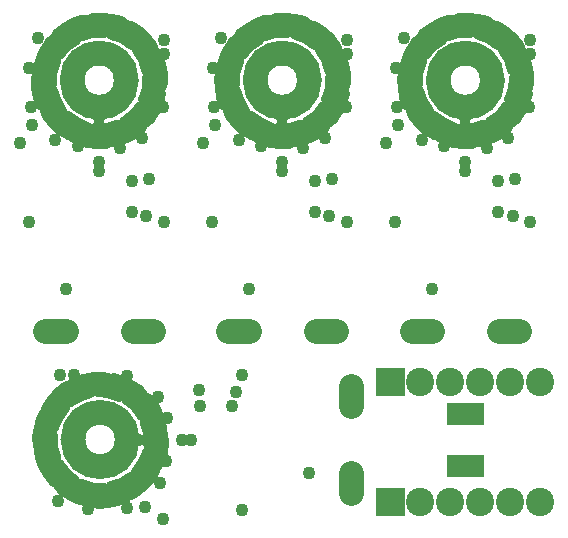
<source format=gbr>
%FSLAX34Y34*%
%MOMM*%
%LNSOLDERMASK_TOP*%
G71*
G01*
%ADD10C, 2.400*%
%ADD11R, 0.700X1.850*%
%ADD12C, 1.100*%
%ADD13C, 2.100*%
%ADD14C, 0.750*%
%ADD15R, 1.300X1.300*%
%LPD*%
G36*
X343597Y-459325D02*
X367597Y-459325D01*
X367597Y-483325D01*
X343597Y-483325D01*
X343597Y-459325D01*
G37*
X380997Y-471325D02*
G54D10*
D03*
X406397Y-471325D02*
G54D10*
D03*
X431797Y-471325D02*
G54D10*
D03*
X457197Y-471325D02*
G54D10*
D03*
X457197Y-369725D02*
G54D10*
D03*
X431797Y-369725D02*
G54D10*
D03*
X406397Y-369725D02*
G54D10*
D03*
X380997Y-369725D02*
G54D10*
D03*
G36*
X343597Y-357725D02*
X367597Y-357725D01*
X367597Y-381725D01*
X343597Y-381725D01*
X343597Y-357725D01*
G37*
X406600Y-441000D02*
G54D11*
D03*
X406600Y-397000D02*
G54D11*
D03*
X411600Y-441000D02*
G54D11*
D03*
X411600Y-397000D02*
G54D11*
D03*
X416600Y-441000D02*
G54D11*
D03*
X416600Y-397000D02*
G54D11*
D03*
X421600Y-441000D02*
G54D11*
D03*
X421600Y-397000D02*
G54D11*
D03*
X426600Y-441000D02*
G54D11*
D03*
X426600Y-397000D02*
G54D11*
D03*
X431600Y-441000D02*
G54D11*
D03*
X431600Y-397000D02*
G54D11*
D03*
X482597Y-471325D02*
G54D10*
D03*
X482597Y-369725D02*
G54D10*
D03*
X109000Y-146000D02*
G54D12*
D03*
X164000Y-80000D02*
G54D12*
D03*
X164000Y-92000D02*
G54D12*
D03*
X163000Y-137000D02*
G54D12*
D03*
X127000Y-171000D02*
G54D12*
D03*
X91000Y-170000D02*
G54D12*
D03*
X51000Y-137000D02*
G54D12*
D03*
X50000Y-104000D02*
G54D12*
D03*
X57000Y-78000D02*
G54D12*
D03*
G54D13*
X137500Y-326500D02*
X154500Y-326500D01*
G54D13*
X63500Y-326500D02*
X80500Y-326500D01*
X151000Y-198000D02*
G54D12*
D03*
X164000Y-234000D02*
G54D12*
D03*
X137000Y-226000D02*
G54D12*
D03*
X137000Y-199000D02*
G54D12*
D03*
X145000Y-163000D02*
G54D12*
D03*
X149000Y-229000D02*
G54D12*
D03*
X49500Y-234000D02*
G54D12*
D03*
X72000Y-165000D02*
G54D12*
D03*
X42000Y-167000D02*
G54D12*
D03*
X81000Y-291000D02*
G54D12*
D03*
X52000Y-152000D02*
G54D12*
D03*
X109000Y-183000D02*
G54D12*
D03*
X109000Y-191000D02*
G54D12*
D03*
G36*
X104958Y-153583D02*
X118964Y-166207D01*
X124059Y-166002D01*
X131599Y-163146D01*
X138418Y-159295D01*
X145292Y-153996D01*
X123350Y-151424D01*
X115205Y-153610D01*
X104958Y-153583D01*
G37*
G54D14*
X104958Y-153583D02*
X118964Y-166207D01*
X124059Y-166002D01*
X131599Y-163146D01*
X138418Y-159295D01*
X145292Y-153996D01*
X123350Y-151424D01*
X115205Y-153610D01*
X104958Y-153583D01*
G36*
X82453Y-143644D02*
X86364Y-162089D01*
X90607Y-164918D01*
X98385Y-167039D01*
X106165Y-167932D01*
X114841Y-167686D01*
X98602Y-152708D01*
X90728Y-149688D01*
X82453Y-143644D01*
G37*
G54D14*
X82453Y-143644D02*
X86364Y-162089D01*
X90607Y-164918D01*
X98385Y-167039D01*
X106165Y-167932D01*
X114841Y-167686D01*
X98602Y-152708D01*
X90728Y-149688D01*
X82453Y-143644D01*
G36*
X70125Y-122236D02*
X62448Y-139457D01*
X64217Y-144240D01*
X69263Y-150528D01*
X75033Y-155823D01*
X82196Y-160724D01*
X77863Y-139061D01*
X73266Y-131990D01*
X70125Y-122236D01*
G37*
G54D14*
X70125Y-122236D02*
X62448Y-139457D01*
X64217Y-144240D01*
X69263Y-150528D01*
X75033Y-155823D01*
X82196Y-160724D01*
X77863Y-139061D01*
X73266Y-131990D01*
X70125Y-122236D01*
G36*
X72406Y-98038D02*
X56072Y-107457D01*
X54693Y-112366D01*
X55079Y-120419D01*
X56634Y-128095D01*
X59549Y-136270D01*
X68776Y-116197D01*
X69214Y-107775D01*
X72406Y-98038D01*
G37*
G54D14*
X72406Y-98038D02*
X56072Y-107457D01*
X54693Y-112366D01*
X55079Y-120419D01*
X56634Y-128095D01*
X59549Y-136270D01*
X68776Y-116197D01*
X69214Y-107775D01*
X72406Y-98038D01*
G36*
X89130Y-79616D02*
X70379Y-77636D01*
X66378Y-80796D01*
X61956Y-87538D01*
X58703Y-94662D01*
X56256Y-102989D01*
X75520Y-92174D01*
X80824Y-85618D01*
X89130Y-79616D01*
G37*
G54D14*
X89130Y-79616D02*
X70379Y-77636D01*
X66378Y-80796D01*
X61956Y-87538D01*
X58703Y-94662D01*
X56256Y-102989D01*
X75520Y-92174D01*
X80824Y-85618D01*
X89130Y-79616D01*
G36*
X113057Y-74430D02*
X99051Y-61806D01*
X93956Y-62012D01*
X86416Y-64867D01*
X79597Y-68718D01*
X72723Y-74016D01*
X94664Y-76589D01*
X102810Y-74403D01*
X113057Y-74430D01*
G37*
G54D14*
X113057Y-74430D02*
X99051Y-61806D01*
X93956Y-62012D01*
X86416Y-64867D01*
X79597Y-68718D01*
X72723Y-74016D01*
X94664Y-76589D01*
X102810Y-74403D01*
X113057Y-74430D01*
G36*
X135573Y-84474D02*
X131662Y-66029D01*
X127419Y-63201D01*
X119641Y-61079D01*
X111860Y-60187D01*
X103185Y-60432D01*
X119424Y-75411D01*
X127298Y-78430D01*
X135573Y-84474D01*
G37*
G54D14*
X135573Y-84474D02*
X131662Y-66029D01*
X127419Y-63201D01*
X119641Y-61079D01*
X111860Y-60187D01*
X103185Y-60432D01*
X119424Y-75411D01*
X127298Y-78430D01*
X135573Y-84474D01*
G36*
X148093Y-105266D02*
X155830Y-88172D01*
X154094Y-83672D01*
X149049Y-77383D01*
X143279Y-72088D01*
X136116Y-67187D01*
X140449Y-88850D01*
X145045Y-95921D01*
X148093Y-105266D01*
G37*
G54D14*
X148093Y-105266D02*
X155830Y-88172D01*
X154094Y-83672D01*
X149049Y-77383D01*
X143279Y-72088D01*
X136116Y-67187D01*
X140449Y-88850D01*
X145045Y-95921D01*
X148093Y-105266D01*
G36*
X145373Y-130042D02*
X161706Y-120622D01*
X163085Y-115713D01*
X162699Y-107660D01*
X161144Y-99985D01*
X158229Y-91810D01*
X149002Y-111882D01*
X148565Y-120304D01*
X145373Y-130042D01*
G37*
G54D14*
X145373Y-130042D02*
X161706Y-120622D01*
X163085Y-115713D01*
X162699Y-107660D01*
X161144Y-99985D01*
X158229Y-91810D01*
X149002Y-111882D01*
X148565Y-120304D01*
X145373Y-130042D01*
G36*
X128885Y-148398D02*
X147636Y-150378D01*
X151637Y-147217D01*
X156058Y-140475D01*
X159312Y-133351D01*
X161759Y-125024D01*
X142495Y-135840D01*
X137191Y-142396D01*
X128885Y-148398D01*
G37*
G54D14*
X128885Y-148398D02*
X147636Y-150378D01*
X151637Y-147217D01*
X156058Y-140475D01*
X159312Y-133351D01*
X161759Y-125024D01*
X142495Y-135840D01*
X137191Y-142396D01*
X128885Y-148398D01*
X147000Y-141000D02*
G54D15*
D03*
X156000Y-112000D02*
G54D15*
D03*
X147000Y-86000D02*
G54D15*
D03*
X123000Y-69000D02*
G54D15*
D03*
X94000Y-69000D02*
G54D15*
D03*
X71000Y-87000D02*
G54D15*
D03*
X62000Y-114000D02*
G54D15*
D03*
X72000Y-141000D02*
G54D15*
D03*
X95000Y-158000D02*
G54D15*
D03*
X124000Y-158000D02*
G54D15*
D03*
G54D13*
G75*
G01X132000Y-114000D02*
G03X132000Y-114000I-23000J0D01*
G01*
X264000Y-146000D02*
G54D12*
D03*
X319000Y-80000D02*
G54D12*
D03*
X319000Y-92000D02*
G54D12*
D03*
X318000Y-137000D02*
G54D12*
D03*
X282000Y-171000D02*
G54D12*
D03*
X246000Y-170000D02*
G54D12*
D03*
X206000Y-137000D02*
G54D12*
D03*
X205000Y-104000D02*
G54D12*
D03*
X212000Y-78000D02*
G54D12*
D03*
G54D13*
X292500Y-326500D02*
X309500Y-326500D01*
G54D13*
X218500Y-326500D02*
X235500Y-326500D01*
X306000Y-198000D02*
G54D12*
D03*
X319000Y-234000D02*
G54D12*
D03*
X292000Y-226000D02*
G54D12*
D03*
X292000Y-199000D02*
G54D12*
D03*
X300000Y-163000D02*
G54D12*
D03*
X304000Y-229000D02*
G54D12*
D03*
X204500Y-234000D02*
G54D12*
D03*
X227000Y-165000D02*
G54D12*
D03*
X197000Y-167000D02*
G54D12*
D03*
X236000Y-291000D02*
G54D12*
D03*
X207000Y-152000D02*
G54D12*
D03*
X264000Y-183000D02*
G54D12*
D03*
X264000Y-191000D02*
G54D12*
D03*
G36*
X259958Y-153583D02*
X273964Y-166207D01*
X279059Y-166002D01*
X286599Y-163146D01*
X293418Y-159295D01*
X300292Y-153996D01*
X278350Y-151424D01*
X270205Y-153610D01*
X259958Y-153583D01*
G37*
G54D14*
X259958Y-153583D02*
X273964Y-166207D01*
X279059Y-166002D01*
X286599Y-163146D01*
X293418Y-159295D01*
X300292Y-153996D01*
X278350Y-151424D01*
X270205Y-153610D01*
X259958Y-153583D01*
G36*
X237453Y-143644D02*
X241364Y-162089D01*
X245607Y-164918D01*
X253385Y-167039D01*
X261165Y-167932D01*
X269841Y-167686D01*
X253602Y-152708D01*
X245728Y-149688D01*
X237453Y-143644D01*
G37*
G54D14*
X237453Y-143644D02*
X241364Y-162089D01*
X245607Y-164918D01*
X253385Y-167039D01*
X261165Y-167932D01*
X269841Y-167686D01*
X253602Y-152708D01*
X245728Y-149688D01*
X237453Y-143644D01*
G36*
X225125Y-122236D02*
X217448Y-139457D01*
X219217Y-144240D01*
X224263Y-150528D01*
X230033Y-155823D01*
X237196Y-160724D01*
X232863Y-139061D01*
X228266Y-131990D01*
X225125Y-122236D01*
G37*
G54D14*
X225125Y-122236D02*
X217448Y-139457D01*
X219217Y-144240D01*
X224263Y-150528D01*
X230033Y-155823D01*
X237196Y-160724D01*
X232863Y-139061D01*
X228266Y-131990D01*
X225125Y-122236D01*
G36*
X227406Y-98038D02*
X211072Y-107457D01*
X209693Y-112366D01*
X210079Y-120419D01*
X211634Y-128095D01*
X214549Y-136270D01*
X223776Y-116197D01*
X224214Y-107775D01*
X227406Y-98038D01*
G37*
G54D14*
X227406Y-98038D02*
X211072Y-107457D01*
X209693Y-112366D01*
X210079Y-120419D01*
X211634Y-128095D01*
X214549Y-136270D01*
X223776Y-116197D01*
X224214Y-107775D01*
X227406Y-98038D01*
G36*
X244130Y-79616D02*
X225379Y-77636D01*
X221378Y-80796D01*
X216956Y-87538D01*
X213703Y-94662D01*
X211256Y-102989D01*
X230520Y-92174D01*
X235824Y-85618D01*
X244130Y-79616D01*
G37*
G54D14*
X244130Y-79616D02*
X225379Y-77636D01*
X221378Y-80796D01*
X216956Y-87538D01*
X213703Y-94662D01*
X211256Y-102989D01*
X230520Y-92174D01*
X235824Y-85618D01*
X244130Y-79616D01*
G36*
X268057Y-74430D02*
X254051Y-61806D01*
X248956Y-62012D01*
X241416Y-64867D01*
X234597Y-68718D01*
X227723Y-74016D01*
X249664Y-76589D01*
X257810Y-74403D01*
X268057Y-74430D01*
G37*
G54D14*
X268057Y-74430D02*
X254051Y-61806D01*
X248956Y-62012D01*
X241416Y-64867D01*
X234597Y-68718D01*
X227723Y-74016D01*
X249664Y-76589D01*
X257810Y-74403D01*
X268057Y-74430D01*
G36*
X290573Y-84474D02*
X286662Y-66029D01*
X282419Y-63201D01*
X274641Y-61079D01*
X266860Y-60187D01*
X258185Y-60432D01*
X274424Y-75411D01*
X282298Y-78430D01*
X290573Y-84474D01*
G37*
G54D14*
X290573Y-84474D02*
X286662Y-66029D01*
X282419Y-63201D01*
X274641Y-61079D01*
X266860Y-60187D01*
X258185Y-60432D01*
X274424Y-75411D01*
X282298Y-78430D01*
X290573Y-84474D01*
G36*
X303093Y-105266D02*
X310830Y-88172D01*
X309094Y-83672D01*
X304049Y-77383D01*
X298279Y-72088D01*
X291116Y-67187D01*
X295449Y-88850D01*
X300045Y-95921D01*
X303093Y-105266D01*
G37*
G54D14*
X303093Y-105266D02*
X310830Y-88172D01*
X309094Y-83672D01*
X304049Y-77383D01*
X298279Y-72088D01*
X291116Y-67187D01*
X295449Y-88850D01*
X300045Y-95921D01*
X303093Y-105266D01*
G36*
X300373Y-130042D02*
X316706Y-120622D01*
X318085Y-115713D01*
X317699Y-107660D01*
X316144Y-99985D01*
X313229Y-91810D01*
X304002Y-111882D01*
X303565Y-120304D01*
X300373Y-130042D01*
G37*
G54D14*
X300373Y-130042D02*
X316706Y-120622D01*
X318085Y-115713D01*
X317699Y-107660D01*
X316144Y-99985D01*
X313229Y-91810D01*
X304002Y-111882D01*
X303565Y-120304D01*
X300373Y-130042D01*
G36*
X283885Y-148398D02*
X302636Y-150378D01*
X306637Y-147217D01*
X311058Y-140475D01*
X314312Y-133351D01*
X316759Y-125024D01*
X297495Y-135840D01*
X292191Y-142396D01*
X283885Y-148398D01*
G37*
G54D14*
X283885Y-148398D02*
X302636Y-150378D01*
X306637Y-147217D01*
X311058Y-140475D01*
X314312Y-133351D01*
X316759Y-125024D01*
X297495Y-135840D01*
X292191Y-142396D01*
X283885Y-148398D01*
X302000Y-141000D02*
G54D15*
D03*
X311000Y-112000D02*
G54D15*
D03*
X302000Y-86000D02*
G54D15*
D03*
X278000Y-69000D02*
G54D15*
D03*
X249000Y-69000D02*
G54D15*
D03*
X226000Y-87000D02*
G54D15*
D03*
X217000Y-114000D02*
G54D15*
D03*
X227000Y-141000D02*
G54D15*
D03*
X250000Y-158000D02*
G54D15*
D03*
X279000Y-158000D02*
G54D15*
D03*
G54D13*
G75*
G01X287000Y-114000D02*
G03X287000Y-114000I-23000J0D01*
G01*
X419000Y-146000D02*
G54D12*
D03*
X474000Y-80000D02*
G54D12*
D03*
X474000Y-92000D02*
G54D12*
D03*
X473000Y-137000D02*
G54D12*
D03*
X437000Y-171000D02*
G54D12*
D03*
X401000Y-170000D02*
G54D12*
D03*
X361000Y-137000D02*
G54D12*
D03*
X360000Y-104000D02*
G54D12*
D03*
X367000Y-78000D02*
G54D12*
D03*
G54D13*
X447500Y-326500D02*
X464500Y-326500D01*
G54D13*
X373500Y-326500D02*
X390500Y-326500D01*
X461000Y-198000D02*
G54D12*
D03*
X474000Y-234000D02*
G54D12*
D03*
X447000Y-226000D02*
G54D12*
D03*
X447000Y-199000D02*
G54D12*
D03*
X455000Y-163000D02*
G54D12*
D03*
X459000Y-229000D02*
G54D12*
D03*
X359500Y-234000D02*
G54D12*
D03*
X382000Y-165000D02*
G54D12*
D03*
X352000Y-167000D02*
G54D12*
D03*
X391000Y-291000D02*
G54D12*
D03*
X362000Y-152000D02*
G54D12*
D03*
X419000Y-183000D02*
G54D12*
D03*
X419000Y-191000D02*
G54D12*
D03*
G36*
X414958Y-153583D02*
X428964Y-166207D01*
X434059Y-166002D01*
X441599Y-163146D01*
X448418Y-159295D01*
X455292Y-153996D01*
X433350Y-151424D01*
X425205Y-153610D01*
X414958Y-153583D01*
G37*
G54D14*
X414958Y-153583D02*
X428964Y-166207D01*
X434059Y-166002D01*
X441599Y-163146D01*
X448418Y-159295D01*
X455292Y-153996D01*
X433350Y-151424D01*
X425205Y-153610D01*
X414958Y-153583D01*
G36*
X392453Y-143644D02*
X396364Y-162089D01*
X400607Y-164918D01*
X408385Y-167039D01*
X416165Y-167932D01*
X424841Y-167686D01*
X408602Y-152708D01*
X400728Y-149688D01*
X392453Y-143644D01*
G37*
G54D14*
X392453Y-143644D02*
X396364Y-162089D01*
X400607Y-164918D01*
X408385Y-167039D01*
X416165Y-167932D01*
X424841Y-167686D01*
X408602Y-152708D01*
X400728Y-149688D01*
X392453Y-143644D01*
G36*
X380125Y-122236D02*
X372448Y-139457D01*
X374217Y-144240D01*
X379263Y-150528D01*
X385033Y-155823D01*
X392196Y-160724D01*
X387863Y-139061D01*
X383266Y-131990D01*
X380125Y-122236D01*
G37*
G54D14*
X380125Y-122236D02*
X372448Y-139457D01*
X374217Y-144240D01*
X379263Y-150528D01*
X385033Y-155823D01*
X392196Y-160724D01*
X387863Y-139061D01*
X383266Y-131990D01*
X380125Y-122236D01*
G36*
X382406Y-98038D02*
X366072Y-107457D01*
X364693Y-112366D01*
X365079Y-120419D01*
X366634Y-128095D01*
X369549Y-136270D01*
X378776Y-116197D01*
X379214Y-107775D01*
X382406Y-98038D01*
G37*
G54D14*
X382406Y-98038D02*
X366072Y-107457D01*
X364693Y-112366D01*
X365079Y-120419D01*
X366634Y-128095D01*
X369549Y-136270D01*
X378776Y-116197D01*
X379214Y-107775D01*
X382406Y-98038D01*
G36*
X399130Y-79616D02*
X380379Y-77636D01*
X376378Y-80796D01*
X371956Y-87538D01*
X368703Y-94662D01*
X366256Y-102989D01*
X385520Y-92174D01*
X390824Y-85618D01*
X399130Y-79616D01*
G37*
G54D14*
X399130Y-79616D02*
X380379Y-77636D01*
X376378Y-80796D01*
X371956Y-87538D01*
X368703Y-94662D01*
X366256Y-102989D01*
X385520Y-92174D01*
X390824Y-85618D01*
X399130Y-79616D01*
G36*
X423057Y-74430D02*
X409051Y-61806D01*
X403956Y-62012D01*
X396416Y-64867D01*
X389597Y-68718D01*
X382723Y-74016D01*
X404664Y-76589D01*
X412810Y-74403D01*
X423057Y-74430D01*
G37*
G54D14*
X423057Y-74430D02*
X409051Y-61806D01*
X403956Y-62012D01*
X396416Y-64867D01*
X389597Y-68718D01*
X382723Y-74016D01*
X404664Y-76589D01*
X412810Y-74403D01*
X423057Y-74430D01*
G36*
X445573Y-84474D02*
X441662Y-66029D01*
X437419Y-63201D01*
X429641Y-61079D01*
X421860Y-60187D01*
X413185Y-60432D01*
X429424Y-75411D01*
X437298Y-78430D01*
X445573Y-84474D01*
G37*
G54D14*
X445573Y-84474D02*
X441662Y-66029D01*
X437419Y-63201D01*
X429641Y-61079D01*
X421860Y-60187D01*
X413185Y-60432D01*
X429424Y-75411D01*
X437298Y-78430D01*
X445573Y-84474D01*
G36*
X458093Y-105266D02*
X465830Y-88172D01*
X464094Y-83672D01*
X459049Y-77383D01*
X453279Y-72088D01*
X446116Y-67187D01*
X450449Y-88850D01*
X455045Y-95921D01*
X458093Y-105266D01*
G37*
G54D14*
X458093Y-105266D02*
X465830Y-88172D01*
X464094Y-83672D01*
X459049Y-77383D01*
X453279Y-72088D01*
X446116Y-67187D01*
X450449Y-88850D01*
X455045Y-95921D01*
X458093Y-105266D01*
G36*
X455373Y-130042D02*
X471706Y-120622D01*
X473085Y-115713D01*
X472699Y-107660D01*
X471144Y-99985D01*
X468229Y-91810D01*
X459002Y-111882D01*
X458565Y-120304D01*
X455373Y-130042D01*
G37*
G54D14*
X455373Y-130042D02*
X471706Y-120622D01*
X473085Y-115713D01*
X472699Y-107660D01*
X471144Y-99985D01*
X468229Y-91810D01*
X459002Y-111882D01*
X458565Y-120304D01*
X455373Y-130042D01*
G36*
X438885Y-148398D02*
X457636Y-150378D01*
X461637Y-147217D01*
X466058Y-140475D01*
X469312Y-133351D01*
X471759Y-125024D01*
X452495Y-135840D01*
X447191Y-142396D01*
X438885Y-148398D01*
G37*
G54D14*
X438885Y-148398D02*
X457636Y-150378D01*
X461637Y-147217D01*
X466058Y-140475D01*
X469312Y-133351D01*
X471759Y-125024D01*
X452495Y-135840D01*
X447191Y-142396D01*
X438885Y-148398D01*
X457000Y-141000D02*
G54D15*
D03*
X466000Y-112000D02*
G54D15*
D03*
X457000Y-86000D02*
G54D15*
D03*
X433000Y-69000D02*
G54D15*
D03*
X404000Y-69000D02*
G54D15*
D03*
X381000Y-87000D02*
G54D15*
D03*
X372000Y-114000D02*
G54D15*
D03*
X382000Y-141000D02*
G54D15*
D03*
X405000Y-158000D02*
G54D15*
D03*
X434000Y-158000D02*
G54D15*
D03*
G54D13*
G75*
G01X442000Y-114000D02*
G03X442000Y-114000I-23000J0D01*
G01*
X141750Y-418250D02*
G54D12*
D03*
X75750Y-363250D02*
G54D12*
D03*
X87750Y-363250D02*
G54D12*
D03*
X132750Y-364250D02*
G54D12*
D03*
X166750Y-400250D02*
G54D12*
D03*
X165750Y-436250D02*
G54D12*
D03*
X132750Y-476250D02*
G54D12*
D03*
X99750Y-477250D02*
G54D12*
D03*
X73750Y-470250D02*
G54D12*
D03*
G54D13*
X322250Y-389750D02*
X322250Y-372750D01*
G54D13*
X322250Y-463750D02*
X322250Y-446750D01*
X193750Y-376250D02*
G54D12*
D03*
X229750Y-363250D02*
G54D12*
D03*
X221750Y-390250D02*
G54D12*
D03*
X194750Y-390250D02*
G54D12*
D03*
X158750Y-382250D02*
G54D12*
D03*
X224750Y-378250D02*
G54D12*
D03*
X229750Y-477750D02*
G54D12*
D03*
X160750Y-455250D02*
G54D12*
D03*
X162750Y-485250D02*
G54D12*
D03*
X286750Y-446250D02*
G54D12*
D03*
X147750Y-475250D02*
G54D12*
D03*
X178750Y-418250D02*
G54D12*
D03*
X186750Y-418250D02*
G54D12*
D03*
G36*
X149333Y-422292D02*
X161957Y-408286D01*
X161751Y-403191D01*
X158896Y-395652D01*
X155045Y-388832D01*
X149746Y-381958D01*
X147174Y-403900D01*
X149360Y-412045D01*
X149333Y-422292D01*
G37*
G54D14*
X149333Y-422292D02*
X161957Y-408286D01*
X161751Y-403191D01*
X158896Y-395652D01*
X155045Y-388832D01*
X149746Y-381958D01*
X147174Y-403900D01*
X149360Y-412045D01*
X149333Y-422292D01*
G36*
X139394Y-444797D02*
X157839Y-440886D01*
X160668Y-436643D01*
X162789Y-428865D01*
X163682Y-421085D01*
X163436Y-412409D01*
X148457Y-428648D01*
X145438Y-436522D01*
X139394Y-444797D01*
G37*
G54D14*
X139394Y-444797D02*
X157839Y-440886D01*
X160668Y-436643D01*
X162789Y-428865D01*
X163682Y-421085D01*
X163436Y-412409D01*
X148457Y-428648D01*
X145438Y-436522D01*
X139394Y-444797D01*
G36*
X117986Y-457125D02*
X135207Y-464802D01*
X139990Y-463033D01*
X146277Y-457987D01*
X151573Y-452218D01*
X156474Y-445054D01*
X134811Y-449388D01*
X127740Y-453984D01*
X117986Y-457125D01*
G37*
G54D14*
X117986Y-457125D02*
X135207Y-464802D01*
X139990Y-463033D01*
X146277Y-457987D01*
X151573Y-452218D01*
X156474Y-445054D01*
X134811Y-449388D01*
X127740Y-453984D01*
X117986Y-457125D01*
G36*
X93788Y-454844D02*
X103207Y-471178D01*
X108116Y-472557D01*
X116169Y-472171D01*
X123845Y-470616D01*
X132020Y-467701D01*
X111947Y-458474D01*
X103525Y-458036D01*
X93788Y-454844D01*
G37*
G54D14*
X93788Y-454844D02*
X103207Y-471178D01*
X108116Y-472557D01*
X116169Y-472171D01*
X123845Y-470616D01*
X132020Y-467701D01*
X111947Y-458474D01*
X103525Y-458036D01*
X93788Y-454844D01*
G36*
X75366Y-438120D02*
X73386Y-456871D01*
X76546Y-460872D01*
X83288Y-465294D01*
X90412Y-468547D01*
X98739Y-470994D01*
X87924Y-451730D01*
X81367Y-446426D01*
X75366Y-438120D01*
G37*
G54D14*
X75366Y-438120D02*
X73386Y-456871D01*
X76546Y-460872D01*
X83288Y-465294D01*
X90412Y-468547D01*
X98739Y-470994D01*
X87924Y-451730D01*
X81367Y-446426D01*
X75366Y-438120D01*
G36*
X70180Y-414193D02*
X57556Y-428199D01*
X57762Y-433294D01*
X60617Y-440834D01*
X64468Y-447653D01*
X69766Y-454527D01*
X72339Y-432586D01*
X70153Y-424440D01*
X70180Y-414193D01*
G37*
G54D14*
X70180Y-414193D02*
X57556Y-428199D01*
X57762Y-433294D01*
X60617Y-440834D01*
X64468Y-447653D01*
X69766Y-454527D01*
X72339Y-432586D01*
X70153Y-424440D01*
X70180Y-414193D01*
G36*
X80224Y-391678D02*
X61779Y-395588D01*
X58951Y-399831D01*
X56829Y-407609D01*
X55937Y-415390D01*
X56182Y-424066D01*
X71161Y-407826D01*
X74180Y-399952D01*
X80224Y-391678D01*
G37*
G54D14*
X80224Y-391678D02*
X61779Y-395588D01*
X58951Y-399831D01*
X56829Y-407609D01*
X55937Y-415390D01*
X56182Y-424066D01*
X71161Y-407826D01*
X74180Y-399952D01*
X80224Y-391678D01*
G36*
X101016Y-379156D02*
X83922Y-371420D01*
X79421Y-373156D01*
X73133Y-378202D01*
X67838Y-383971D01*
X62937Y-391134D01*
X84600Y-386801D01*
X91671Y-382205D01*
X101016Y-379156D01*
G37*
G54D14*
X101016Y-379156D02*
X83922Y-371420D01*
X79421Y-373156D01*
X73133Y-378202D01*
X67838Y-383971D01*
X62937Y-391134D01*
X84600Y-386801D01*
X91671Y-382205D01*
X101016Y-379156D01*
G36*
X125792Y-381877D02*
X116372Y-365544D01*
X111463Y-364164D01*
X103410Y-364550D01*
X95735Y-366106D01*
X87560Y-369020D01*
X107632Y-378248D01*
X116054Y-378686D01*
X125792Y-381877D01*
G37*
G54D14*
X125792Y-381877D02*
X116372Y-365544D01*
X111463Y-364164D01*
X103410Y-364550D01*
X95735Y-366106D01*
X87560Y-369020D01*
X107632Y-378248D01*
X116054Y-378686D01*
X125792Y-381877D01*
G36*
X144148Y-398365D02*
X146127Y-379614D01*
X142967Y-375613D01*
X136225Y-371192D01*
X129101Y-367938D01*
X120774Y-365491D01*
X131590Y-384755D01*
X138146Y-390059D01*
X144148Y-398365D01*
G37*
G54D14*
X144148Y-398365D02*
X146127Y-379614D01*
X142967Y-375613D01*
X136225Y-371192D01*
X129101Y-367938D01*
X120774Y-365491D01*
X131590Y-384755D01*
X138146Y-390059D01*
X144148Y-398365D01*
X136750Y-380250D02*
G54D15*
D03*
X107750Y-371250D02*
G54D15*
D03*
X81750Y-380250D02*
G54D15*
D03*
X64750Y-404250D02*
G54D15*
D03*
X64750Y-433250D02*
G54D15*
D03*
X82750Y-456250D02*
G54D15*
D03*
X109750Y-465250D02*
G54D15*
D03*
X136750Y-455250D02*
G54D15*
D03*
X153750Y-432250D02*
G54D15*
D03*
X153750Y-403250D02*
G54D15*
D03*
G54D13*
G75*
G01X132750Y-418250D02*
G03X132750Y-418250I-23000J0D01*
G01*
M02*

</source>
